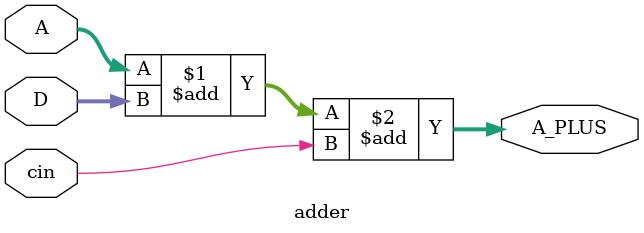
<source format=v>
`timescale 1ps/1ps
module adder(input[6:0] D,input cin, input[6:0]A, output[6:0] A_PLUS );

    assign A_PLUS = A + D + cin;
    
endmodule

</source>
